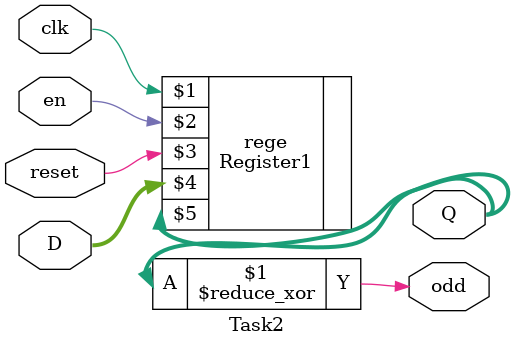
<source format=sv>
`timescale 1ns / 1ps

//module Register1(input clk,en,reset,
//input [7:0]D,  
//output reg [7:0]Q);

module Task2(
input [7:0]D,
input clk,en,reset,
output [7:0] Q,
output odd
    );
    
  Register1 rege(clk,en,reset,D,Q);  
  assign odd = ^Q; 
    
    
    
endmodule

</source>
